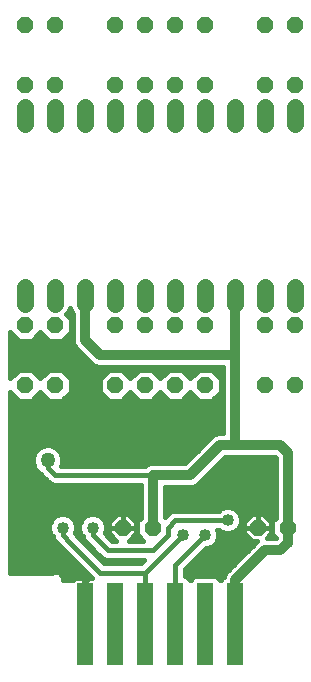
<source format=gbl>
G75*
G70*
%OFA0B0*%
%FSLAX24Y24*%
%IPPOS*%
%LPD*%
%AMOC8*
5,1,8,0,0,1.08239X$1,22.5*
%
%ADD10C,0.0560*%
%ADD11OC8,0.0560*%
%ADD12R,0.0520X0.2756*%
%ADD13C,0.0160*%
%ADD14C,0.0400*%
%ADD15C,0.0240*%
%ADD16C,0.0320*%
%ADD17C,0.0500*%
D10*
X001181Y012355D02*
X001181Y012915D01*
X002181Y012915D02*
X002181Y012355D01*
X003181Y012355D02*
X003181Y012915D01*
X004181Y012915D02*
X004181Y012355D01*
X005181Y012355D02*
X005181Y012915D01*
X006181Y012915D02*
X006181Y012355D01*
X007181Y012355D02*
X007181Y012915D01*
X008181Y012915D02*
X008181Y012355D01*
X009181Y012355D02*
X009181Y012915D01*
X010181Y012915D02*
X010181Y012355D01*
X010181Y018355D02*
X010181Y018915D01*
X009181Y018915D02*
X009181Y018355D01*
X008181Y018355D02*
X008181Y018915D01*
X007181Y018915D02*
X007181Y018355D01*
X006181Y018355D02*
X006181Y018915D01*
X005181Y018915D02*
X005181Y018355D01*
X004181Y018355D02*
X004181Y018915D01*
X003181Y018915D02*
X003181Y018355D01*
X002181Y018355D02*
X002181Y018915D01*
X001181Y018915D02*
X001181Y018355D01*
D11*
X001181Y019635D03*
X001181Y021635D03*
X002181Y021635D03*
X002181Y019635D03*
X004181Y019635D03*
X005181Y019635D03*
X006181Y019635D03*
X007181Y019635D03*
X007181Y021635D03*
X006181Y021635D03*
X005181Y021635D03*
X004181Y021635D03*
X004181Y011635D03*
X005181Y011635D03*
X006181Y011635D03*
X007181Y011635D03*
X007181Y009635D03*
X006181Y009635D03*
X005181Y009635D03*
X004181Y009635D03*
X002181Y009635D03*
X002181Y011635D03*
X001181Y011635D03*
X001181Y009635D03*
X004431Y004885D03*
X005431Y004885D03*
X008931Y004885D03*
X009931Y004885D03*
X010181Y009635D03*
X009181Y009635D03*
X009181Y011635D03*
X010181Y011635D03*
X010181Y019635D03*
X009181Y019635D03*
X009181Y021635D03*
X010181Y021635D03*
D12*
X008181Y001660D03*
X007181Y001660D03*
X006181Y001660D03*
X005181Y001660D03*
X004181Y001660D03*
X003181Y001660D03*
D13*
X000671Y003375D02*
X000671Y009410D01*
X000966Y009115D01*
X001397Y009115D01*
X001681Y009400D01*
X001966Y009115D01*
X002397Y009115D01*
X002701Y009420D01*
X002701Y009850D01*
X002397Y010155D01*
X001966Y010155D01*
X001681Y009870D01*
X001397Y010155D01*
X000966Y010155D01*
X000671Y009860D01*
X000671Y011410D01*
X000966Y011115D01*
X001397Y011115D01*
X001681Y011400D01*
X001966Y011115D01*
X002397Y011115D01*
X002701Y011420D01*
X002701Y011850D01*
X002557Y011995D01*
X002622Y012060D01*
X002681Y012203D01*
X002741Y012060D01*
X002781Y012020D01*
X002781Y011215D01*
X002781Y011055D01*
X002842Y010908D01*
X003342Y010408D01*
X003455Y010296D01*
X003602Y010235D01*
X007781Y010235D01*
X007781Y008035D01*
X007602Y008035D01*
X007455Y007974D01*
X007342Y007862D01*
X006516Y007035D01*
X005511Y007035D01*
X005352Y007035D01*
X005205Y006974D01*
X005186Y006955D01*
X002387Y006955D01*
X002421Y007037D01*
X002421Y007232D01*
X002347Y007413D01*
X002209Y007550D01*
X002029Y007625D01*
X001834Y007625D01*
X001654Y007550D01*
X001516Y007413D01*
X001441Y007232D01*
X001441Y007037D01*
X001516Y006857D01*
X001653Y006720D01*
X001660Y006704D01*
X001910Y006454D01*
X002000Y006364D01*
X002118Y006315D01*
X005031Y006315D01*
X005031Y005220D01*
X004911Y005100D01*
X004911Y004670D01*
X005126Y004455D01*
X004652Y004455D01*
X004891Y004694D01*
X004891Y004885D01*
X004891Y005075D01*
X004622Y005345D01*
X004432Y005345D01*
X004432Y004885D01*
X004891Y004885D01*
X004432Y004885D01*
X004432Y004885D01*
X004431Y004885D01*
X004431Y004885D01*
X003971Y004885D01*
X003971Y005075D01*
X004241Y005345D01*
X004431Y005345D01*
X004431Y004885D01*
X003971Y004885D01*
X003971Y004694D01*
X004211Y004455D01*
X004064Y004455D01*
X003827Y004691D01*
X003871Y004797D01*
X003871Y004972D01*
X003804Y005134D01*
X003681Y005258D01*
X003519Y005325D01*
X003344Y005325D01*
X003182Y005258D01*
X003058Y005134D01*
X002991Y004972D01*
X002991Y004797D01*
X003058Y004636D01*
X003111Y004583D01*
X003111Y004571D01*
X003160Y004454D01*
X003250Y004364D01*
X003660Y003954D01*
X003750Y003864D01*
X003868Y003815D01*
X005159Y003815D01*
X005049Y003705D01*
X003814Y003705D01*
X002953Y004566D01*
X002827Y004691D01*
X002871Y004797D01*
X002871Y004972D01*
X002804Y005134D01*
X002681Y005258D01*
X002519Y005325D01*
X002344Y005325D01*
X002182Y005258D01*
X002058Y005134D01*
X001991Y004972D01*
X001991Y004797D01*
X002058Y004636D01*
X002111Y004583D01*
X002111Y004571D01*
X002160Y004454D01*
X002250Y004364D01*
X002500Y004114D01*
X003396Y003217D01*
X003231Y003217D01*
X003231Y003135D01*
X003131Y003135D01*
X003131Y003217D01*
X002847Y003217D01*
X002764Y003135D01*
X002446Y003135D01*
X002446Y003188D01*
X002406Y003285D01*
X002331Y003360D01*
X002234Y003400D01*
X002129Y003400D01*
X002068Y003375D01*
X000671Y003375D01*
X000671Y003489D02*
X003125Y003489D01*
X002966Y003647D02*
X000671Y003647D01*
X000671Y003806D02*
X002808Y003806D01*
X002649Y003964D02*
X000671Y003964D01*
X000671Y004123D02*
X002491Y004123D01*
X002332Y004281D02*
X000671Y004281D01*
X000671Y004440D02*
X002174Y004440D01*
X002096Y004599D02*
X000671Y004599D01*
X000671Y004757D02*
X002008Y004757D01*
X001991Y004916D02*
X000671Y004916D01*
X000671Y005074D02*
X002034Y005074D01*
X002157Y005233D02*
X000671Y005233D01*
X000671Y005391D02*
X005031Y005391D01*
X005031Y005233D02*
X004734Y005233D01*
X004891Y005074D02*
X004911Y005074D01*
X004911Y004916D02*
X004891Y004916D01*
X004891Y004757D02*
X004911Y004757D01*
X004982Y004599D02*
X004795Y004599D01*
X004432Y004916D02*
X004431Y004916D01*
X004431Y005074D02*
X004432Y005074D01*
X004431Y005233D02*
X004432Y005233D01*
X004129Y005233D02*
X003706Y005233D01*
X003829Y005074D02*
X003971Y005074D01*
X003971Y004916D02*
X003871Y004916D01*
X003855Y004757D02*
X003971Y004757D01*
X003920Y004599D02*
X004067Y004599D01*
X003931Y004135D02*
X005431Y004135D01*
X005931Y004635D01*
X005931Y004885D01*
X006181Y005135D01*
X007931Y005135D01*
X007783Y005550D02*
X005831Y005550D01*
X005831Y005708D02*
X009531Y005708D01*
X009531Y005550D02*
X008080Y005550D01*
X008019Y005575D02*
X007844Y005575D01*
X007682Y005508D01*
X007629Y005455D01*
X006118Y005455D01*
X006000Y005406D01*
X005910Y005316D01*
X005831Y005237D01*
X005831Y006235D01*
X006602Y006235D01*
X006761Y006235D01*
X006908Y006296D01*
X007847Y007235D01*
X008102Y007235D01*
X009516Y007235D01*
X009531Y007219D01*
X009531Y005220D01*
X009411Y005100D01*
X009411Y004670D01*
X009531Y004550D01*
X009516Y004535D01*
X009232Y004535D01*
X009391Y004694D01*
X009391Y004885D01*
X009391Y005075D01*
X009122Y005345D01*
X008932Y005345D01*
X008932Y004885D01*
X009391Y004885D01*
X008932Y004885D01*
X008932Y004885D01*
X008931Y004885D01*
X008931Y004885D01*
X008471Y004885D01*
X008471Y005075D01*
X008741Y005345D01*
X008931Y005345D01*
X008931Y004885D01*
X008471Y004885D01*
X008471Y004694D01*
X008741Y004425D01*
X008906Y004425D01*
X008842Y004362D01*
X007842Y003362D01*
X007794Y003244D01*
X007786Y003241D01*
X007718Y003173D01*
X007702Y003135D01*
X007661Y003135D01*
X007645Y003173D01*
X007577Y003241D01*
X007489Y003277D01*
X006874Y003277D01*
X006786Y003241D01*
X006718Y003173D01*
X006702Y003135D01*
X006661Y003135D01*
X006645Y003173D01*
X006577Y003241D01*
X006501Y003272D01*
X006501Y003502D01*
X007194Y004195D01*
X007269Y004195D01*
X007431Y004262D01*
X007554Y004386D01*
X007621Y004547D01*
X007621Y004722D01*
X007583Y004815D01*
X007629Y004815D01*
X007682Y004762D01*
X007844Y004695D01*
X008019Y004695D01*
X008181Y004762D01*
X008304Y004886D01*
X008371Y005047D01*
X008371Y005222D01*
X008304Y005384D01*
X008181Y005508D01*
X008019Y005575D01*
X008297Y005391D02*
X009531Y005391D01*
X009531Y005233D02*
X009234Y005233D01*
X009391Y005074D02*
X009411Y005074D01*
X009411Y004916D02*
X009391Y004916D01*
X009391Y004757D02*
X009411Y004757D01*
X009482Y004599D02*
X009295Y004599D01*
X008932Y004916D02*
X008931Y004916D01*
X008931Y005074D02*
X008932Y005074D01*
X008931Y005233D02*
X008932Y005233D01*
X008629Y005233D02*
X008367Y005233D01*
X008371Y005074D02*
X008471Y005074D01*
X008471Y004916D02*
X008317Y004916D01*
X008169Y004757D02*
X008471Y004757D01*
X008567Y004599D02*
X007621Y004599D01*
X007607Y004757D02*
X007694Y004757D01*
X007577Y004440D02*
X008726Y004440D01*
X008762Y004281D02*
X007450Y004281D01*
X007122Y004123D02*
X008604Y004123D01*
X008445Y003964D02*
X006963Y003964D01*
X006805Y003806D02*
X008287Y003806D01*
X008128Y003647D02*
X006646Y003647D01*
X006501Y003489D02*
X007970Y003489D01*
X007829Y003330D02*
X006501Y003330D01*
X006645Y003172D02*
X006717Y003172D01*
X006181Y003635D02*
X006181Y001660D01*
X005181Y001660D02*
X005181Y003385D01*
X003681Y003385D01*
X002681Y004385D01*
X002431Y004635D01*
X002431Y004885D01*
X002706Y005233D02*
X003157Y005233D01*
X003034Y005074D02*
X002829Y005074D01*
X002871Y004916D02*
X002991Y004916D01*
X003008Y004757D02*
X002855Y004757D01*
X002920Y004599D02*
X003096Y004599D01*
X003079Y004440D02*
X003174Y004440D01*
X003237Y004281D02*
X003332Y004281D01*
X003396Y004123D02*
X003491Y004123D01*
X003555Y003964D02*
X003649Y003964D01*
X003713Y003806D02*
X005150Y003806D01*
X005181Y003385D02*
X006431Y004635D01*
X007181Y004635D02*
X006181Y003635D01*
X005985Y005391D02*
X005831Y005391D01*
X005831Y005867D02*
X009531Y005867D01*
X009531Y006025D02*
X005831Y006025D01*
X005831Y006184D02*
X009531Y006184D01*
X009531Y006343D02*
X006955Y006343D01*
X007113Y006501D02*
X009531Y006501D01*
X009531Y006660D02*
X007272Y006660D01*
X007430Y006818D02*
X009531Y006818D01*
X009531Y006977D02*
X007589Y006977D01*
X007747Y007135D02*
X009531Y007135D01*
X007781Y008086D02*
X000671Y008086D01*
X000671Y007928D02*
X007409Y007928D01*
X007250Y007769D02*
X000671Y007769D01*
X000671Y007611D02*
X001800Y007611D01*
X002063Y007611D02*
X007092Y007611D01*
X006933Y007452D02*
X002307Y007452D01*
X002396Y007294D02*
X006775Y007294D01*
X006616Y007135D02*
X002421Y007135D01*
X002396Y006977D02*
X005211Y006977D01*
X005431Y006635D02*
X002181Y006635D01*
X001931Y006885D01*
X001931Y007135D01*
X001704Y006660D02*
X000671Y006660D01*
X000671Y006818D02*
X001555Y006818D01*
X001467Y006977D02*
X000671Y006977D01*
X000671Y007135D02*
X001441Y007135D01*
X001467Y007294D02*
X000671Y007294D01*
X000671Y007452D02*
X001556Y007452D01*
X001863Y006501D02*
X000671Y006501D01*
X000671Y006343D02*
X002051Y006343D01*
X000671Y006184D02*
X005031Y006184D01*
X005031Y006025D02*
X000671Y006025D01*
X000671Y005867D02*
X005031Y005867D01*
X005031Y005708D02*
X000671Y005708D01*
X000671Y005550D02*
X005031Y005550D01*
X003931Y004135D02*
X003431Y004635D01*
X003431Y004885D01*
X003284Y003330D02*
X002361Y003330D01*
X002446Y003172D02*
X002801Y003172D01*
X003131Y003172D02*
X003231Y003172D01*
X000671Y008245D02*
X007781Y008245D01*
X007781Y008404D02*
X000671Y008404D01*
X000671Y008562D02*
X007781Y008562D01*
X007781Y008721D02*
X000671Y008721D01*
X000671Y008879D02*
X007781Y008879D01*
X007781Y009038D02*
X000671Y009038D01*
X000671Y009196D02*
X000885Y009196D01*
X000726Y009355D02*
X000671Y009355D01*
X000671Y009989D02*
X000800Y009989D01*
X000671Y010148D02*
X000959Y010148D01*
X000671Y010306D02*
X003445Y010306D01*
X003286Y010465D02*
X000671Y010465D01*
X000671Y010623D02*
X003127Y010623D01*
X002969Y010782D02*
X000671Y010782D01*
X000671Y010940D02*
X002829Y010940D01*
X002781Y011099D02*
X000671Y011099D01*
X000671Y011257D02*
X000824Y011257D01*
X001404Y010148D02*
X001959Y010148D01*
X001800Y009989D02*
X001563Y009989D01*
X001637Y009355D02*
X001726Y009355D01*
X001885Y009196D02*
X001478Y009196D01*
X002478Y009196D02*
X003885Y009196D01*
X003966Y009115D02*
X004397Y009115D01*
X004681Y009400D01*
X004966Y009115D01*
X005397Y009115D01*
X005681Y009400D01*
X005966Y009115D01*
X006397Y009115D01*
X006681Y009400D01*
X006966Y009115D01*
X007397Y009115D01*
X007701Y009420D01*
X007701Y009850D01*
X007397Y010155D01*
X006966Y010155D01*
X006681Y009870D01*
X006397Y010155D01*
X005966Y010155D01*
X005681Y009870D01*
X005397Y010155D01*
X004966Y010155D01*
X004681Y009870D01*
X004397Y010155D01*
X003966Y010155D01*
X003661Y009850D01*
X003661Y009420D01*
X003966Y009115D01*
X003726Y009355D02*
X002637Y009355D01*
X002701Y009513D02*
X003661Y009513D01*
X003661Y009672D02*
X002701Y009672D01*
X002701Y009830D02*
X003661Y009830D01*
X003800Y009989D02*
X002563Y009989D01*
X002404Y010148D02*
X003959Y010148D01*
X004404Y010148D02*
X004959Y010148D01*
X004800Y009989D02*
X004563Y009989D01*
X004637Y009355D02*
X004726Y009355D01*
X004885Y009196D02*
X004478Y009196D01*
X005404Y010148D02*
X005959Y010148D01*
X005800Y009989D02*
X005563Y009989D01*
X005637Y009355D02*
X005726Y009355D01*
X005885Y009196D02*
X005478Y009196D01*
X006404Y010148D02*
X006959Y010148D01*
X006800Y009989D02*
X006563Y009989D01*
X006637Y009355D02*
X006726Y009355D01*
X006885Y009196D02*
X006478Y009196D01*
X007404Y010148D02*
X007781Y010148D01*
X007781Y009989D02*
X007563Y009989D01*
X007701Y009830D02*
X007781Y009830D01*
X007781Y009672D02*
X007701Y009672D01*
X007701Y009513D02*
X007781Y009513D01*
X007781Y009355D02*
X007637Y009355D01*
X007781Y009196D02*
X007478Y009196D01*
X007645Y003172D02*
X007717Y003172D01*
X002781Y011257D02*
X002539Y011257D01*
X002698Y011416D02*
X002781Y011416D01*
X002781Y011574D02*
X002701Y011574D01*
X002701Y011733D02*
X002781Y011733D01*
X002781Y011892D02*
X002660Y011892D01*
X002612Y012050D02*
X002751Y012050D01*
X001824Y011257D02*
X001539Y011257D01*
D14*
X001181Y007385D03*
X002431Y004885D03*
X003431Y004885D03*
X006181Y007385D03*
X006431Y004635D03*
X007181Y004635D03*
X007931Y005135D03*
X008181Y006885D03*
D15*
X003181Y003135D02*
X003181Y001660D01*
X003181Y003135D02*
X002681Y003635D01*
D16*
X005431Y004885D02*
X005431Y006635D01*
X006681Y006635D01*
X007681Y007635D01*
X008181Y007635D01*
X009681Y007635D01*
X009931Y007385D01*
X009931Y004885D01*
X009931Y004385D01*
X009681Y004135D01*
X009181Y004135D01*
X008181Y003135D01*
X008181Y001660D01*
X008181Y007635D02*
X008181Y010635D01*
X003681Y010635D01*
X003181Y011135D01*
X003181Y012635D01*
X008181Y012635D02*
X008181Y010635D01*
D17*
X001931Y007135D03*
M02*

</source>
